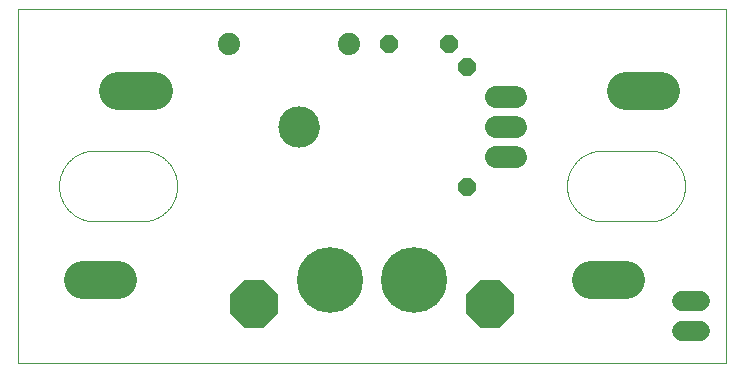
<source format=gbs>
G75*
%MOIN*%
%OFA0B0*%
%FSLAX25Y25*%
%IPPOS*%
%LPD*%
%AMOC8*
5,1,8,0,0,1.08239X$1,22.5*
%
%ADD10C,0.00000*%
%ADD11C,0.21926*%
%ADD12OC8,0.06000*%
%ADD13C,0.07400*%
%ADD14OC8,0.15800*%
%ADD15C,0.12611*%
%ADD16C,0.07400*%
%ADD17C,0.13800*%
%ADD18C,0.06800*%
D10*
X0003000Y0007759D02*
X0003000Y0125869D01*
X0239220Y0125869D01*
X0239220Y0007759D01*
X0003000Y0007759D01*
X0026622Y0031381D02*
X0034496Y0031381D01*
X0034620Y0031383D01*
X0034743Y0031389D01*
X0034867Y0031398D01*
X0034989Y0031412D01*
X0035112Y0031429D01*
X0035234Y0031451D01*
X0035355Y0031476D01*
X0035475Y0031505D01*
X0035594Y0031537D01*
X0035713Y0031574D01*
X0035830Y0031614D01*
X0035945Y0031657D01*
X0036060Y0031705D01*
X0036172Y0031756D01*
X0036283Y0031810D01*
X0036393Y0031868D01*
X0036500Y0031929D01*
X0036606Y0031994D01*
X0036709Y0032062D01*
X0036810Y0032133D01*
X0036909Y0032207D01*
X0037006Y0032284D01*
X0037100Y0032365D01*
X0037191Y0032448D01*
X0037280Y0032534D01*
X0037366Y0032623D01*
X0037449Y0032714D01*
X0037530Y0032808D01*
X0037607Y0032905D01*
X0037681Y0033004D01*
X0037752Y0033105D01*
X0037820Y0033208D01*
X0037885Y0033314D01*
X0037946Y0033421D01*
X0038004Y0033531D01*
X0038058Y0033642D01*
X0038109Y0033754D01*
X0038157Y0033869D01*
X0038200Y0033984D01*
X0038240Y0034101D01*
X0038277Y0034220D01*
X0038309Y0034339D01*
X0038338Y0034459D01*
X0038363Y0034580D01*
X0038385Y0034702D01*
X0038402Y0034825D01*
X0038416Y0034947D01*
X0038425Y0035071D01*
X0038431Y0035194D01*
X0038433Y0035318D01*
X0038431Y0035442D01*
X0038425Y0035565D01*
X0038416Y0035689D01*
X0038402Y0035811D01*
X0038385Y0035934D01*
X0038363Y0036056D01*
X0038338Y0036177D01*
X0038309Y0036297D01*
X0038277Y0036416D01*
X0038240Y0036535D01*
X0038200Y0036652D01*
X0038157Y0036767D01*
X0038109Y0036882D01*
X0038058Y0036994D01*
X0038004Y0037105D01*
X0037946Y0037215D01*
X0037885Y0037322D01*
X0037820Y0037428D01*
X0037752Y0037531D01*
X0037681Y0037632D01*
X0037607Y0037731D01*
X0037530Y0037828D01*
X0037449Y0037922D01*
X0037366Y0038013D01*
X0037280Y0038102D01*
X0037191Y0038188D01*
X0037100Y0038271D01*
X0037006Y0038352D01*
X0036909Y0038429D01*
X0036810Y0038503D01*
X0036709Y0038574D01*
X0036606Y0038642D01*
X0036500Y0038707D01*
X0036393Y0038768D01*
X0036283Y0038826D01*
X0036172Y0038880D01*
X0036060Y0038931D01*
X0035945Y0038979D01*
X0035830Y0039022D01*
X0035713Y0039062D01*
X0035594Y0039099D01*
X0035475Y0039131D01*
X0035355Y0039160D01*
X0035234Y0039185D01*
X0035112Y0039207D01*
X0034989Y0039224D01*
X0034867Y0039238D01*
X0034743Y0039247D01*
X0034620Y0039253D01*
X0034496Y0039255D01*
X0026622Y0039255D01*
X0026498Y0039253D01*
X0026375Y0039247D01*
X0026251Y0039238D01*
X0026129Y0039224D01*
X0026006Y0039207D01*
X0025884Y0039185D01*
X0025763Y0039160D01*
X0025643Y0039131D01*
X0025524Y0039099D01*
X0025405Y0039062D01*
X0025288Y0039022D01*
X0025173Y0038979D01*
X0025058Y0038931D01*
X0024946Y0038880D01*
X0024835Y0038826D01*
X0024725Y0038768D01*
X0024618Y0038707D01*
X0024512Y0038642D01*
X0024409Y0038574D01*
X0024308Y0038503D01*
X0024209Y0038429D01*
X0024112Y0038352D01*
X0024018Y0038271D01*
X0023927Y0038188D01*
X0023838Y0038102D01*
X0023752Y0038013D01*
X0023669Y0037922D01*
X0023588Y0037828D01*
X0023511Y0037731D01*
X0023437Y0037632D01*
X0023366Y0037531D01*
X0023298Y0037428D01*
X0023233Y0037322D01*
X0023172Y0037215D01*
X0023114Y0037105D01*
X0023060Y0036994D01*
X0023009Y0036882D01*
X0022961Y0036767D01*
X0022918Y0036652D01*
X0022878Y0036535D01*
X0022841Y0036416D01*
X0022809Y0036297D01*
X0022780Y0036177D01*
X0022755Y0036056D01*
X0022733Y0035934D01*
X0022716Y0035811D01*
X0022702Y0035689D01*
X0022693Y0035565D01*
X0022687Y0035442D01*
X0022685Y0035318D01*
X0022687Y0035194D01*
X0022693Y0035071D01*
X0022702Y0034947D01*
X0022716Y0034825D01*
X0022733Y0034702D01*
X0022755Y0034580D01*
X0022780Y0034459D01*
X0022809Y0034339D01*
X0022841Y0034220D01*
X0022878Y0034101D01*
X0022918Y0033984D01*
X0022961Y0033869D01*
X0023009Y0033754D01*
X0023060Y0033642D01*
X0023114Y0033531D01*
X0023172Y0033421D01*
X0023233Y0033314D01*
X0023298Y0033208D01*
X0023366Y0033105D01*
X0023437Y0033004D01*
X0023511Y0032905D01*
X0023588Y0032808D01*
X0023669Y0032714D01*
X0023752Y0032623D01*
X0023838Y0032534D01*
X0023927Y0032448D01*
X0024018Y0032365D01*
X0024112Y0032284D01*
X0024209Y0032207D01*
X0024308Y0032133D01*
X0024409Y0032062D01*
X0024512Y0031994D01*
X0024618Y0031929D01*
X0024725Y0031868D01*
X0024835Y0031810D01*
X0024946Y0031756D01*
X0025058Y0031705D01*
X0025173Y0031657D01*
X0025288Y0031614D01*
X0025405Y0031574D01*
X0025524Y0031537D01*
X0025643Y0031505D01*
X0025763Y0031476D01*
X0025884Y0031451D01*
X0026006Y0031429D01*
X0026129Y0031412D01*
X0026251Y0031398D01*
X0026375Y0031389D01*
X0026498Y0031383D01*
X0026622Y0031381D01*
X0028591Y0055003D02*
X0044339Y0055003D01*
X0044627Y0055007D01*
X0044914Y0055017D01*
X0045201Y0055035D01*
X0045488Y0055059D01*
X0045774Y0055090D01*
X0046059Y0055129D01*
X0046343Y0055174D01*
X0046626Y0055226D01*
X0046907Y0055286D01*
X0047187Y0055352D01*
X0047465Y0055424D01*
X0047742Y0055504D01*
X0048016Y0055590D01*
X0048288Y0055683D01*
X0048558Y0055782D01*
X0048826Y0055888D01*
X0049090Y0056001D01*
X0049352Y0056120D01*
X0049611Y0056245D01*
X0049867Y0056377D01*
X0050120Y0056514D01*
X0050369Y0056658D01*
X0050614Y0056808D01*
X0050856Y0056964D01*
X0051094Y0057125D01*
X0051328Y0057293D01*
X0051558Y0057466D01*
X0051783Y0057644D01*
X0052004Y0057828D01*
X0052221Y0058017D01*
X0052433Y0058212D01*
X0052640Y0058412D01*
X0052842Y0058616D01*
X0053039Y0058826D01*
X0053231Y0059040D01*
X0053417Y0059259D01*
X0053599Y0059482D01*
X0053775Y0059710D01*
X0053945Y0059942D01*
X0054109Y0060178D01*
X0054268Y0060417D01*
X0054421Y0060661D01*
X0054568Y0060909D01*
X0054708Y0061159D01*
X0054843Y0061414D01*
X0054971Y0061671D01*
X0055093Y0061931D01*
X0055209Y0062195D01*
X0055318Y0062461D01*
X0055421Y0062729D01*
X0055517Y0063000D01*
X0055607Y0063274D01*
X0055690Y0063549D01*
X0055766Y0063827D01*
X0055835Y0064106D01*
X0055898Y0064386D01*
X0055954Y0064669D01*
X0056002Y0064952D01*
X0056044Y0065237D01*
X0056079Y0065522D01*
X0056107Y0065808D01*
X0056128Y0066095D01*
X0056142Y0066383D01*
X0056149Y0066670D01*
X0056149Y0066958D01*
X0056142Y0067245D01*
X0056128Y0067533D01*
X0056107Y0067820D01*
X0056079Y0068106D01*
X0056044Y0068391D01*
X0056002Y0068676D01*
X0055954Y0068959D01*
X0055898Y0069242D01*
X0055835Y0069522D01*
X0055766Y0069801D01*
X0055690Y0070079D01*
X0055607Y0070354D01*
X0055517Y0070628D01*
X0055421Y0070899D01*
X0055318Y0071167D01*
X0055209Y0071433D01*
X0055093Y0071697D01*
X0054971Y0071957D01*
X0054843Y0072214D01*
X0054708Y0072469D01*
X0054568Y0072720D01*
X0054421Y0072967D01*
X0054268Y0073211D01*
X0054109Y0073450D01*
X0053945Y0073686D01*
X0053775Y0073918D01*
X0053599Y0074146D01*
X0053417Y0074369D01*
X0053231Y0074588D01*
X0053039Y0074802D01*
X0052842Y0075012D01*
X0052640Y0075216D01*
X0052433Y0075416D01*
X0052221Y0075611D01*
X0052004Y0075800D01*
X0051783Y0075984D01*
X0051558Y0076162D01*
X0051328Y0076335D01*
X0051094Y0076503D01*
X0050856Y0076664D01*
X0050614Y0076820D01*
X0050369Y0076970D01*
X0050120Y0077114D01*
X0049867Y0077251D01*
X0049611Y0077383D01*
X0049352Y0077508D01*
X0049090Y0077627D01*
X0048826Y0077740D01*
X0048558Y0077846D01*
X0048288Y0077945D01*
X0048016Y0078038D01*
X0047742Y0078124D01*
X0047465Y0078204D01*
X0047187Y0078276D01*
X0046907Y0078342D01*
X0046626Y0078402D01*
X0046343Y0078454D01*
X0046059Y0078499D01*
X0045774Y0078538D01*
X0045488Y0078569D01*
X0045201Y0078593D01*
X0044914Y0078611D01*
X0044627Y0078621D01*
X0044339Y0078625D01*
X0028591Y0078625D01*
X0028303Y0078621D01*
X0028016Y0078611D01*
X0027729Y0078593D01*
X0027442Y0078569D01*
X0027156Y0078538D01*
X0026871Y0078499D01*
X0026587Y0078454D01*
X0026304Y0078402D01*
X0026023Y0078342D01*
X0025743Y0078276D01*
X0025465Y0078204D01*
X0025188Y0078124D01*
X0024914Y0078038D01*
X0024642Y0077945D01*
X0024372Y0077846D01*
X0024104Y0077740D01*
X0023840Y0077627D01*
X0023578Y0077508D01*
X0023319Y0077383D01*
X0023063Y0077251D01*
X0022810Y0077114D01*
X0022561Y0076970D01*
X0022316Y0076820D01*
X0022074Y0076664D01*
X0021836Y0076503D01*
X0021602Y0076335D01*
X0021372Y0076162D01*
X0021147Y0075984D01*
X0020926Y0075800D01*
X0020709Y0075611D01*
X0020497Y0075416D01*
X0020290Y0075216D01*
X0020088Y0075012D01*
X0019891Y0074802D01*
X0019699Y0074588D01*
X0019513Y0074369D01*
X0019331Y0074146D01*
X0019155Y0073918D01*
X0018985Y0073686D01*
X0018821Y0073450D01*
X0018662Y0073211D01*
X0018509Y0072967D01*
X0018362Y0072719D01*
X0018222Y0072469D01*
X0018087Y0072214D01*
X0017959Y0071957D01*
X0017837Y0071697D01*
X0017721Y0071433D01*
X0017612Y0071167D01*
X0017509Y0070899D01*
X0017413Y0070628D01*
X0017323Y0070354D01*
X0017240Y0070079D01*
X0017164Y0069801D01*
X0017095Y0069522D01*
X0017032Y0069242D01*
X0016976Y0068959D01*
X0016928Y0068676D01*
X0016886Y0068391D01*
X0016851Y0068106D01*
X0016823Y0067820D01*
X0016802Y0067533D01*
X0016788Y0067245D01*
X0016781Y0066958D01*
X0016781Y0066670D01*
X0016788Y0066383D01*
X0016802Y0066095D01*
X0016823Y0065808D01*
X0016851Y0065522D01*
X0016886Y0065237D01*
X0016928Y0064952D01*
X0016976Y0064669D01*
X0017032Y0064386D01*
X0017095Y0064106D01*
X0017164Y0063827D01*
X0017240Y0063549D01*
X0017323Y0063274D01*
X0017413Y0063000D01*
X0017509Y0062729D01*
X0017612Y0062461D01*
X0017721Y0062195D01*
X0017837Y0061931D01*
X0017959Y0061671D01*
X0018087Y0061414D01*
X0018222Y0061159D01*
X0018362Y0060908D01*
X0018509Y0060661D01*
X0018662Y0060417D01*
X0018821Y0060178D01*
X0018985Y0059942D01*
X0019155Y0059710D01*
X0019331Y0059482D01*
X0019513Y0059259D01*
X0019699Y0059040D01*
X0019891Y0058826D01*
X0020088Y0058616D01*
X0020290Y0058412D01*
X0020497Y0058212D01*
X0020709Y0058017D01*
X0020926Y0057828D01*
X0021147Y0057644D01*
X0021372Y0057466D01*
X0021602Y0057293D01*
X0021836Y0057125D01*
X0022074Y0056964D01*
X0022316Y0056808D01*
X0022561Y0056658D01*
X0022810Y0056514D01*
X0023063Y0056377D01*
X0023319Y0056245D01*
X0023578Y0056120D01*
X0023840Y0056001D01*
X0024104Y0055888D01*
X0024372Y0055782D01*
X0024642Y0055683D01*
X0024914Y0055590D01*
X0025188Y0055504D01*
X0025465Y0055424D01*
X0025743Y0055352D01*
X0026023Y0055286D01*
X0026304Y0055226D01*
X0026587Y0055174D01*
X0026871Y0055129D01*
X0027156Y0055090D01*
X0027442Y0055059D01*
X0027729Y0055035D01*
X0028016Y0055017D01*
X0028303Y0055007D01*
X0028591Y0055003D01*
X0038433Y0094373D02*
X0046307Y0094373D01*
X0046431Y0094375D01*
X0046554Y0094381D01*
X0046678Y0094390D01*
X0046800Y0094404D01*
X0046923Y0094421D01*
X0047045Y0094443D01*
X0047166Y0094468D01*
X0047286Y0094497D01*
X0047405Y0094529D01*
X0047524Y0094566D01*
X0047641Y0094606D01*
X0047756Y0094649D01*
X0047871Y0094697D01*
X0047983Y0094748D01*
X0048094Y0094802D01*
X0048204Y0094860D01*
X0048311Y0094921D01*
X0048417Y0094986D01*
X0048520Y0095054D01*
X0048621Y0095125D01*
X0048720Y0095199D01*
X0048817Y0095276D01*
X0048911Y0095357D01*
X0049002Y0095440D01*
X0049091Y0095526D01*
X0049177Y0095615D01*
X0049260Y0095706D01*
X0049341Y0095800D01*
X0049418Y0095897D01*
X0049492Y0095996D01*
X0049563Y0096097D01*
X0049631Y0096200D01*
X0049696Y0096306D01*
X0049757Y0096413D01*
X0049815Y0096523D01*
X0049869Y0096634D01*
X0049920Y0096746D01*
X0049968Y0096861D01*
X0050011Y0096976D01*
X0050051Y0097093D01*
X0050088Y0097212D01*
X0050120Y0097331D01*
X0050149Y0097451D01*
X0050174Y0097572D01*
X0050196Y0097694D01*
X0050213Y0097817D01*
X0050227Y0097939D01*
X0050236Y0098063D01*
X0050242Y0098186D01*
X0050244Y0098310D01*
X0050242Y0098434D01*
X0050236Y0098557D01*
X0050227Y0098681D01*
X0050213Y0098803D01*
X0050196Y0098926D01*
X0050174Y0099048D01*
X0050149Y0099169D01*
X0050120Y0099289D01*
X0050088Y0099408D01*
X0050051Y0099527D01*
X0050011Y0099644D01*
X0049968Y0099759D01*
X0049920Y0099874D01*
X0049869Y0099986D01*
X0049815Y0100097D01*
X0049757Y0100207D01*
X0049696Y0100314D01*
X0049631Y0100420D01*
X0049563Y0100523D01*
X0049492Y0100624D01*
X0049418Y0100723D01*
X0049341Y0100820D01*
X0049260Y0100914D01*
X0049177Y0101005D01*
X0049091Y0101094D01*
X0049002Y0101180D01*
X0048911Y0101263D01*
X0048817Y0101344D01*
X0048720Y0101421D01*
X0048621Y0101495D01*
X0048520Y0101566D01*
X0048417Y0101634D01*
X0048311Y0101699D01*
X0048204Y0101760D01*
X0048094Y0101818D01*
X0047983Y0101872D01*
X0047871Y0101923D01*
X0047756Y0101971D01*
X0047641Y0102014D01*
X0047524Y0102054D01*
X0047405Y0102091D01*
X0047286Y0102123D01*
X0047166Y0102152D01*
X0047045Y0102177D01*
X0046923Y0102199D01*
X0046800Y0102216D01*
X0046678Y0102230D01*
X0046554Y0102239D01*
X0046431Y0102245D01*
X0046307Y0102247D01*
X0038433Y0102247D01*
X0038309Y0102245D01*
X0038186Y0102239D01*
X0038062Y0102230D01*
X0037940Y0102216D01*
X0037817Y0102199D01*
X0037695Y0102177D01*
X0037574Y0102152D01*
X0037454Y0102123D01*
X0037335Y0102091D01*
X0037216Y0102054D01*
X0037099Y0102014D01*
X0036984Y0101971D01*
X0036869Y0101923D01*
X0036757Y0101872D01*
X0036646Y0101818D01*
X0036536Y0101760D01*
X0036429Y0101699D01*
X0036323Y0101634D01*
X0036220Y0101566D01*
X0036119Y0101495D01*
X0036020Y0101421D01*
X0035923Y0101344D01*
X0035829Y0101263D01*
X0035738Y0101180D01*
X0035649Y0101094D01*
X0035563Y0101005D01*
X0035480Y0100914D01*
X0035399Y0100820D01*
X0035322Y0100723D01*
X0035248Y0100624D01*
X0035177Y0100523D01*
X0035109Y0100420D01*
X0035044Y0100314D01*
X0034983Y0100207D01*
X0034925Y0100097D01*
X0034871Y0099986D01*
X0034820Y0099874D01*
X0034772Y0099759D01*
X0034729Y0099644D01*
X0034689Y0099527D01*
X0034652Y0099408D01*
X0034620Y0099289D01*
X0034591Y0099169D01*
X0034566Y0099048D01*
X0034544Y0098926D01*
X0034527Y0098803D01*
X0034513Y0098681D01*
X0034504Y0098557D01*
X0034498Y0098434D01*
X0034496Y0098310D01*
X0034498Y0098186D01*
X0034504Y0098063D01*
X0034513Y0097939D01*
X0034527Y0097817D01*
X0034544Y0097694D01*
X0034566Y0097572D01*
X0034591Y0097451D01*
X0034620Y0097331D01*
X0034652Y0097212D01*
X0034689Y0097093D01*
X0034729Y0096976D01*
X0034772Y0096861D01*
X0034820Y0096746D01*
X0034871Y0096634D01*
X0034925Y0096523D01*
X0034983Y0096413D01*
X0035044Y0096306D01*
X0035109Y0096200D01*
X0035177Y0096097D01*
X0035248Y0095996D01*
X0035322Y0095897D01*
X0035399Y0095800D01*
X0035480Y0095706D01*
X0035563Y0095615D01*
X0035649Y0095526D01*
X0035738Y0095440D01*
X0035829Y0095357D01*
X0035923Y0095276D01*
X0036020Y0095199D01*
X0036119Y0095125D01*
X0036220Y0095054D01*
X0036323Y0094986D01*
X0036429Y0094921D01*
X0036536Y0094860D01*
X0036646Y0094802D01*
X0036757Y0094748D01*
X0036869Y0094697D01*
X0036984Y0094649D01*
X0037099Y0094606D01*
X0037216Y0094566D01*
X0037335Y0094529D01*
X0037454Y0094497D01*
X0037574Y0094468D01*
X0037695Y0094443D01*
X0037817Y0094421D01*
X0037940Y0094404D01*
X0038062Y0094390D01*
X0038186Y0094381D01*
X0038309Y0094375D01*
X0038433Y0094373D01*
X0090295Y0086499D02*
X0090297Y0086660D01*
X0090303Y0086820D01*
X0090313Y0086981D01*
X0090327Y0087141D01*
X0090345Y0087301D01*
X0090366Y0087460D01*
X0090392Y0087619D01*
X0090422Y0087777D01*
X0090455Y0087934D01*
X0090493Y0088091D01*
X0090534Y0088246D01*
X0090579Y0088400D01*
X0090628Y0088553D01*
X0090681Y0088705D01*
X0090737Y0088856D01*
X0090798Y0089005D01*
X0090861Y0089153D01*
X0090929Y0089299D01*
X0091000Y0089443D01*
X0091074Y0089585D01*
X0091152Y0089726D01*
X0091234Y0089864D01*
X0091319Y0090001D01*
X0091407Y0090135D01*
X0091499Y0090267D01*
X0091594Y0090397D01*
X0091692Y0090525D01*
X0091793Y0090650D01*
X0091897Y0090772D01*
X0092004Y0090892D01*
X0092114Y0091009D01*
X0092227Y0091124D01*
X0092343Y0091235D01*
X0092462Y0091344D01*
X0092583Y0091449D01*
X0092707Y0091552D01*
X0092833Y0091652D01*
X0092961Y0091748D01*
X0093092Y0091841D01*
X0093226Y0091931D01*
X0093361Y0092018D01*
X0093499Y0092101D01*
X0093638Y0092181D01*
X0093780Y0092257D01*
X0093923Y0092330D01*
X0094068Y0092399D01*
X0094215Y0092465D01*
X0094363Y0092527D01*
X0094513Y0092585D01*
X0094664Y0092640D01*
X0094817Y0092691D01*
X0094971Y0092738D01*
X0095126Y0092781D01*
X0095282Y0092820D01*
X0095438Y0092856D01*
X0095596Y0092887D01*
X0095754Y0092915D01*
X0095913Y0092939D01*
X0096073Y0092959D01*
X0096233Y0092975D01*
X0096393Y0092987D01*
X0096554Y0092995D01*
X0096715Y0092999D01*
X0096875Y0092999D01*
X0097036Y0092995D01*
X0097197Y0092987D01*
X0097357Y0092975D01*
X0097517Y0092959D01*
X0097677Y0092939D01*
X0097836Y0092915D01*
X0097994Y0092887D01*
X0098152Y0092856D01*
X0098308Y0092820D01*
X0098464Y0092781D01*
X0098619Y0092738D01*
X0098773Y0092691D01*
X0098926Y0092640D01*
X0099077Y0092585D01*
X0099227Y0092527D01*
X0099375Y0092465D01*
X0099522Y0092399D01*
X0099667Y0092330D01*
X0099810Y0092257D01*
X0099952Y0092181D01*
X0100091Y0092101D01*
X0100229Y0092018D01*
X0100364Y0091931D01*
X0100498Y0091841D01*
X0100629Y0091748D01*
X0100757Y0091652D01*
X0100883Y0091552D01*
X0101007Y0091449D01*
X0101128Y0091344D01*
X0101247Y0091235D01*
X0101363Y0091124D01*
X0101476Y0091009D01*
X0101586Y0090892D01*
X0101693Y0090772D01*
X0101797Y0090650D01*
X0101898Y0090525D01*
X0101996Y0090397D01*
X0102091Y0090267D01*
X0102183Y0090135D01*
X0102271Y0090001D01*
X0102356Y0089864D01*
X0102438Y0089726D01*
X0102516Y0089585D01*
X0102590Y0089443D01*
X0102661Y0089299D01*
X0102729Y0089153D01*
X0102792Y0089005D01*
X0102853Y0088856D01*
X0102909Y0088705D01*
X0102962Y0088553D01*
X0103011Y0088400D01*
X0103056Y0088246D01*
X0103097Y0088091D01*
X0103135Y0087934D01*
X0103168Y0087777D01*
X0103198Y0087619D01*
X0103224Y0087460D01*
X0103245Y0087301D01*
X0103263Y0087141D01*
X0103277Y0086981D01*
X0103287Y0086820D01*
X0103293Y0086660D01*
X0103295Y0086499D01*
X0103293Y0086338D01*
X0103287Y0086178D01*
X0103277Y0086017D01*
X0103263Y0085857D01*
X0103245Y0085697D01*
X0103224Y0085538D01*
X0103198Y0085379D01*
X0103168Y0085221D01*
X0103135Y0085064D01*
X0103097Y0084907D01*
X0103056Y0084752D01*
X0103011Y0084598D01*
X0102962Y0084445D01*
X0102909Y0084293D01*
X0102853Y0084142D01*
X0102792Y0083993D01*
X0102729Y0083845D01*
X0102661Y0083699D01*
X0102590Y0083555D01*
X0102516Y0083413D01*
X0102438Y0083272D01*
X0102356Y0083134D01*
X0102271Y0082997D01*
X0102183Y0082863D01*
X0102091Y0082731D01*
X0101996Y0082601D01*
X0101898Y0082473D01*
X0101797Y0082348D01*
X0101693Y0082226D01*
X0101586Y0082106D01*
X0101476Y0081989D01*
X0101363Y0081874D01*
X0101247Y0081763D01*
X0101128Y0081654D01*
X0101007Y0081549D01*
X0100883Y0081446D01*
X0100757Y0081346D01*
X0100629Y0081250D01*
X0100498Y0081157D01*
X0100364Y0081067D01*
X0100229Y0080980D01*
X0100091Y0080897D01*
X0099952Y0080817D01*
X0099810Y0080741D01*
X0099667Y0080668D01*
X0099522Y0080599D01*
X0099375Y0080533D01*
X0099227Y0080471D01*
X0099077Y0080413D01*
X0098926Y0080358D01*
X0098773Y0080307D01*
X0098619Y0080260D01*
X0098464Y0080217D01*
X0098308Y0080178D01*
X0098152Y0080142D01*
X0097994Y0080111D01*
X0097836Y0080083D01*
X0097677Y0080059D01*
X0097517Y0080039D01*
X0097357Y0080023D01*
X0097197Y0080011D01*
X0097036Y0080003D01*
X0096875Y0079999D01*
X0096715Y0079999D01*
X0096554Y0080003D01*
X0096393Y0080011D01*
X0096233Y0080023D01*
X0096073Y0080039D01*
X0095913Y0080059D01*
X0095754Y0080083D01*
X0095596Y0080111D01*
X0095438Y0080142D01*
X0095282Y0080178D01*
X0095126Y0080217D01*
X0094971Y0080260D01*
X0094817Y0080307D01*
X0094664Y0080358D01*
X0094513Y0080413D01*
X0094363Y0080471D01*
X0094215Y0080533D01*
X0094068Y0080599D01*
X0093923Y0080668D01*
X0093780Y0080741D01*
X0093638Y0080817D01*
X0093499Y0080897D01*
X0093361Y0080980D01*
X0093226Y0081067D01*
X0093092Y0081157D01*
X0092961Y0081250D01*
X0092833Y0081346D01*
X0092707Y0081446D01*
X0092583Y0081549D01*
X0092462Y0081654D01*
X0092343Y0081763D01*
X0092227Y0081874D01*
X0092114Y0081989D01*
X0092004Y0082106D01*
X0091897Y0082226D01*
X0091793Y0082348D01*
X0091692Y0082473D01*
X0091594Y0082601D01*
X0091499Y0082731D01*
X0091407Y0082863D01*
X0091319Y0082997D01*
X0091234Y0083134D01*
X0091152Y0083272D01*
X0091074Y0083413D01*
X0091000Y0083555D01*
X0090929Y0083699D01*
X0090861Y0083845D01*
X0090798Y0083993D01*
X0090737Y0084142D01*
X0090681Y0084293D01*
X0090628Y0084445D01*
X0090579Y0084598D01*
X0090534Y0084752D01*
X0090493Y0084907D01*
X0090455Y0085064D01*
X0090422Y0085221D01*
X0090392Y0085379D01*
X0090366Y0085538D01*
X0090345Y0085697D01*
X0090327Y0085857D01*
X0090313Y0086017D01*
X0090303Y0086178D01*
X0090297Y0086338D01*
X0090295Y0086499D01*
X0195913Y0039255D02*
X0203787Y0039255D01*
X0203911Y0039253D01*
X0204034Y0039247D01*
X0204158Y0039238D01*
X0204280Y0039224D01*
X0204403Y0039207D01*
X0204525Y0039185D01*
X0204646Y0039160D01*
X0204766Y0039131D01*
X0204885Y0039099D01*
X0205004Y0039062D01*
X0205121Y0039022D01*
X0205236Y0038979D01*
X0205351Y0038931D01*
X0205463Y0038880D01*
X0205574Y0038826D01*
X0205684Y0038768D01*
X0205791Y0038707D01*
X0205897Y0038642D01*
X0206000Y0038574D01*
X0206101Y0038503D01*
X0206200Y0038429D01*
X0206297Y0038352D01*
X0206391Y0038271D01*
X0206482Y0038188D01*
X0206571Y0038102D01*
X0206657Y0038013D01*
X0206740Y0037922D01*
X0206821Y0037828D01*
X0206898Y0037731D01*
X0206972Y0037632D01*
X0207043Y0037531D01*
X0207111Y0037428D01*
X0207176Y0037322D01*
X0207237Y0037215D01*
X0207295Y0037105D01*
X0207349Y0036994D01*
X0207400Y0036882D01*
X0207448Y0036767D01*
X0207491Y0036652D01*
X0207531Y0036535D01*
X0207568Y0036416D01*
X0207600Y0036297D01*
X0207629Y0036177D01*
X0207654Y0036056D01*
X0207676Y0035934D01*
X0207693Y0035811D01*
X0207707Y0035689D01*
X0207716Y0035565D01*
X0207722Y0035442D01*
X0207724Y0035318D01*
X0207722Y0035194D01*
X0207716Y0035071D01*
X0207707Y0034947D01*
X0207693Y0034825D01*
X0207676Y0034702D01*
X0207654Y0034580D01*
X0207629Y0034459D01*
X0207600Y0034339D01*
X0207568Y0034220D01*
X0207531Y0034101D01*
X0207491Y0033984D01*
X0207448Y0033869D01*
X0207400Y0033754D01*
X0207349Y0033642D01*
X0207295Y0033531D01*
X0207237Y0033421D01*
X0207176Y0033314D01*
X0207111Y0033208D01*
X0207043Y0033105D01*
X0206972Y0033004D01*
X0206898Y0032905D01*
X0206821Y0032808D01*
X0206740Y0032714D01*
X0206657Y0032623D01*
X0206571Y0032534D01*
X0206482Y0032448D01*
X0206391Y0032365D01*
X0206297Y0032284D01*
X0206200Y0032207D01*
X0206101Y0032133D01*
X0206000Y0032062D01*
X0205897Y0031994D01*
X0205791Y0031929D01*
X0205684Y0031868D01*
X0205574Y0031810D01*
X0205463Y0031756D01*
X0205351Y0031705D01*
X0205236Y0031657D01*
X0205121Y0031614D01*
X0205004Y0031574D01*
X0204885Y0031537D01*
X0204766Y0031505D01*
X0204646Y0031476D01*
X0204525Y0031451D01*
X0204403Y0031429D01*
X0204280Y0031412D01*
X0204158Y0031398D01*
X0204034Y0031389D01*
X0203911Y0031383D01*
X0203787Y0031381D01*
X0195913Y0031381D01*
X0195789Y0031383D01*
X0195666Y0031389D01*
X0195542Y0031398D01*
X0195420Y0031412D01*
X0195297Y0031429D01*
X0195175Y0031451D01*
X0195054Y0031476D01*
X0194934Y0031505D01*
X0194815Y0031537D01*
X0194696Y0031574D01*
X0194579Y0031614D01*
X0194464Y0031657D01*
X0194349Y0031705D01*
X0194237Y0031756D01*
X0194126Y0031810D01*
X0194016Y0031868D01*
X0193909Y0031929D01*
X0193803Y0031994D01*
X0193700Y0032062D01*
X0193599Y0032133D01*
X0193500Y0032207D01*
X0193403Y0032284D01*
X0193309Y0032365D01*
X0193218Y0032448D01*
X0193129Y0032534D01*
X0193043Y0032623D01*
X0192960Y0032714D01*
X0192879Y0032808D01*
X0192802Y0032905D01*
X0192728Y0033004D01*
X0192657Y0033105D01*
X0192589Y0033208D01*
X0192524Y0033314D01*
X0192463Y0033421D01*
X0192405Y0033531D01*
X0192351Y0033642D01*
X0192300Y0033754D01*
X0192252Y0033869D01*
X0192209Y0033984D01*
X0192169Y0034101D01*
X0192132Y0034220D01*
X0192100Y0034339D01*
X0192071Y0034459D01*
X0192046Y0034580D01*
X0192024Y0034702D01*
X0192007Y0034825D01*
X0191993Y0034947D01*
X0191984Y0035071D01*
X0191978Y0035194D01*
X0191976Y0035318D01*
X0191978Y0035442D01*
X0191984Y0035565D01*
X0191993Y0035689D01*
X0192007Y0035811D01*
X0192024Y0035934D01*
X0192046Y0036056D01*
X0192071Y0036177D01*
X0192100Y0036297D01*
X0192132Y0036416D01*
X0192169Y0036535D01*
X0192209Y0036652D01*
X0192252Y0036767D01*
X0192300Y0036882D01*
X0192351Y0036994D01*
X0192405Y0037105D01*
X0192463Y0037215D01*
X0192524Y0037322D01*
X0192589Y0037428D01*
X0192657Y0037531D01*
X0192728Y0037632D01*
X0192802Y0037731D01*
X0192879Y0037828D01*
X0192960Y0037922D01*
X0193043Y0038013D01*
X0193129Y0038102D01*
X0193218Y0038188D01*
X0193309Y0038271D01*
X0193403Y0038352D01*
X0193500Y0038429D01*
X0193599Y0038503D01*
X0193700Y0038574D01*
X0193803Y0038642D01*
X0193909Y0038707D01*
X0194016Y0038768D01*
X0194126Y0038826D01*
X0194237Y0038880D01*
X0194349Y0038931D01*
X0194464Y0038979D01*
X0194579Y0039022D01*
X0194696Y0039062D01*
X0194815Y0039099D01*
X0194934Y0039131D01*
X0195054Y0039160D01*
X0195175Y0039185D01*
X0195297Y0039207D01*
X0195420Y0039224D01*
X0195542Y0039238D01*
X0195666Y0039247D01*
X0195789Y0039253D01*
X0195913Y0039255D01*
X0197882Y0055003D02*
X0213630Y0055003D01*
X0213918Y0055007D01*
X0214205Y0055017D01*
X0214492Y0055035D01*
X0214779Y0055059D01*
X0215065Y0055090D01*
X0215350Y0055129D01*
X0215634Y0055174D01*
X0215917Y0055226D01*
X0216198Y0055286D01*
X0216478Y0055352D01*
X0216756Y0055424D01*
X0217033Y0055504D01*
X0217307Y0055590D01*
X0217579Y0055683D01*
X0217849Y0055782D01*
X0218117Y0055888D01*
X0218381Y0056001D01*
X0218643Y0056120D01*
X0218902Y0056245D01*
X0219158Y0056377D01*
X0219411Y0056514D01*
X0219660Y0056658D01*
X0219905Y0056808D01*
X0220147Y0056964D01*
X0220385Y0057125D01*
X0220619Y0057293D01*
X0220849Y0057466D01*
X0221074Y0057644D01*
X0221295Y0057828D01*
X0221512Y0058017D01*
X0221724Y0058212D01*
X0221931Y0058412D01*
X0222133Y0058616D01*
X0222330Y0058826D01*
X0222522Y0059040D01*
X0222708Y0059259D01*
X0222890Y0059482D01*
X0223066Y0059710D01*
X0223236Y0059942D01*
X0223400Y0060178D01*
X0223559Y0060417D01*
X0223712Y0060661D01*
X0223859Y0060909D01*
X0223999Y0061159D01*
X0224134Y0061414D01*
X0224262Y0061671D01*
X0224384Y0061931D01*
X0224500Y0062195D01*
X0224609Y0062461D01*
X0224712Y0062729D01*
X0224808Y0063000D01*
X0224898Y0063274D01*
X0224981Y0063549D01*
X0225057Y0063827D01*
X0225126Y0064106D01*
X0225189Y0064386D01*
X0225245Y0064669D01*
X0225293Y0064952D01*
X0225335Y0065237D01*
X0225370Y0065522D01*
X0225398Y0065808D01*
X0225419Y0066095D01*
X0225433Y0066383D01*
X0225440Y0066670D01*
X0225440Y0066958D01*
X0225433Y0067245D01*
X0225419Y0067533D01*
X0225398Y0067820D01*
X0225370Y0068106D01*
X0225335Y0068391D01*
X0225293Y0068676D01*
X0225245Y0068959D01*
X0225189Y0069242D01*
X0225126Y0069522D01*
X0225057Y0069801D01*
X0224981Y0070079D01*
X0224898Y0070354D01*
X0224808Y0070628D01*
X0224712Y0070899D01*
X0224609Y0071167D01*
X0224500Y0071433D01*
X0224384Y0071697D01*
X0224262Y0071957D01*
X0224134Y0072214D01*
X0223999Y0072469D01*
X0223859Y0072720D01*
X0223712Y0072967D01*
X0223559Y0073211D01*
X0223400Y0073450D01*
X0223236Y0073686D01*
X0223066Y0073918D01*
X0222890Y0074146D01*
X0222708Y0074369D01*
X0222522Y0074588D01*
X0222330Y0074802D01*
X0222133Y0075012D01*
X0221931Y0075216D01*
X0221724Y0075416D01*
X0221512Y0075611D01*
X0221295Y0075800D01*
X0221074Y0075984D01*
X0220849Y0076162D01*
X0220619Y0076335D01*
X0220385Y0076503D01*
X0220147Y0076664D01*
X0219905Y0076820D01*
X0219660Y0076970D01*
X0219411Y0077114D01*
X0219158Y0077251D01*
X0218902Y0077383D01*
X0218643Y0077508D01*
X0218381Y0077627D01*
X0218117Y0077740D01*
X0217849Y0077846D01*
X0217579Y0077945D01*
X0217307Y0078038D01*
X0217033Y0078124D01*
X0216756Y0078204D01*
X0216478Y0078276D01*
X0216198Y0078342D01*
X0215917Y0078402D01*
X0215634Y0078454D01*
X0215350Y0078499D01*
X0215065Y0078538D01*
X0214779Y0078569D01*
X0214492Y0078593D01*
X0214205Y0078611D01*
X0213918Y0078621D01*
X0213630Y0078625D01*
X0197882Y0078625D01*
X0197594Y0078621D01*
X0197307Y0078611D01*
X0197020Y0078593D01*
X0196733Y0078569D01*
X0196447Y0078538D01*
X0196162Y0078499D01*
X0195878Y0078454D01*
X0195595Y0078402D01*
X0195314Y0078342D01*
X0195034Y0078276D01*
X0194756Y0078204D01*
X0194479Y0078124D01*
X0194205Y0078038D01*
X0193933Y0077945D01*
X0193663Y0077846D01*
X0193395Y0077740D01*
X0193131Y0077627D01*
X0192869Y0077508D01*
X0192610Y0077383D01*
X0192354Y0077251D01*
X0192101Y0077114D01*
X0191852Y0076970D01*
X0191607Y0076820D01*
X0191365Y0076664D01*
X0191127Y0076503D01*
X0190893Y0076335D01*
X0190663Y0076162D01*
X0190438Y0075984D01*
X0190217Y0075800D01*
X0190000Y0075611D01*
X0189788Y0075416D01*
X0189581Y0075216D01*
X0189379Y0075012D01*
X0189182Y0074802D01*
X0188990Y0074588D01*
X0188804Y0074369D01*
X0188622Y0074146D01*
X0188446Y0073918D01*
X0188276Y0073686D01*
X0188112Y0073450D01*
X0187953Y0073211D01*
X0187800Y0072967D01*
X0187653Y0072719D01*
X0187513Y0072469D01*
X0187378Y0072214D01*
X0187250Y0071957D01*
X0187128Y0071697D01*
X0187012Y0071433D01*
X0186903Y0071167D01*
X0186800Y0070899D01*
X0186704Y0070628D01*
X0186614Y0070354D01*
X0186531Y0070079D01*
X0186455Y0069801D01*
X0186386Y0069522D01*
X0186323Y0069242D01*
X0186267Y0068959D01*
X0186219Y0068676D01*
X0186177Y0068391D01*
X0186142Y0068106D01*
X0186114Y0067820D01*
X0186093Y0067533D01*
X0186079Y0067245D01*
X0186072Y0066958D01*
X0186072Y0066670D01*
X0186079Y0066383D01*
X0186093Y0066095D01*
X0186114Y0065808D01*
X0186142Y0065522D01*
X0186177Y0065237D01*
X0186219Y0064952D01*
X0186267Y0064669D01*
X0186323Y0064386D01*
X0186386Y0064106D01*
X0186455Y0063827D01*
X0186531Y0063549D01*
X0186614Y0063274D01*
X0186704Y0063000D01*
X0186800Y0062729D01*
X0186903Y0062461D01*
X0187012Y0062195D01*
X0187128Y0061931D01*
X0187250Y0061671D01*
X0187378Y0061414D01*
X0187513Y0061159D01*
X0187653Y0060908D01*
X0187800Y0060661D01*
X0187953Y0060417D01*
X0188112Y0060178D01*
X0188276Y0059942D01*
X0188446Y0059710D01*
X0188622Y0059482D01*
X0188804Y0059259D01*
X0188990Y0059040D01*
X0189182Y0058826D01*
X0189379Y0058616D01*
X0189581Y0058412D01*
X0189788Y0058212D01*
X0190000Y0058017D01*
X0190217Y0057828D01*
X0190438Y0057644D01*
X0190663Y0057466D01*
X0190893Y0057293D01*
X0191127Y0057125D01*
X0191365Y0056964D01*
X0191607Y0056808D01*
X0191852Y0056658D01*
X0192101Y0056514D01*
X0192354Y0056377D01*
X0192610Y0056245D01*
X0192869Y0056120D01*
X0193131Y0056001D01*
X0193395Y0055888D01*
X0193663Y0055782D01*
X0193933Y0055683D01*
X0194205Y0055590D01*
X0194479Y0055504D01*
X0194756Y0055424D01*
X0195034Y0055352D01*
X0195314Y0055286D01*
X0195595Y0055226D01*
X0195878Y0055174D01*
X0196162Y0055129D01*
X0196447Y0055090D01*
X0196733Y0055059D01*
X0197020Y0055035D01*
X0197307Y0055017D01*
X0197594Y0055007D01*
X0197882Y0055003D01*
X0207724Y0094373D02*
X0215598Y0094373D01*
X0215722Y0094375D01*
X0215845Y0094381D01*
X0215969Y0094390D01*
X0216091Y0094404D01*
X0216214Y0094421D01*
X0216336Y0094443D01*
X0216457Y0094468D01*
X0216577Y0094497D01*
X0216696Y0094529D01*
X0216815Y0094566D01*
X0216932Y0094606D01*
X0217047Y0094649D01*
X0217162Y0094697D01*
X0217274Y0094748D01*
X0217385Y0094802D01*
X0217495Y0094860D01*
X0217602Y0094921D01*
X0217708Y0094986D01*
X0217811Y0095054D01*
X0217912Y0095125D01*
X0218011Y0095199D01*
X0218108Y0095276D01*
X0218202Y0095357D01*
X0218293Y0095440D01*
X0218382Y0095526D01*
X0218468Y0095615D01*
X0218551Y0095706D01*
X0218632Y0095800D01*
X0218709Y0095897D01*
X0218783Y0095996D01*
X0218854Y0096097D01*
X0218922Y0096200D01*
X0218987Y0096306D01*
X0219048Y0096413D01*
X0219106Y0096523D01*
X0219160Y0096634D01*
X0219211Y0096746D01*
X0219259Y0096861D01*
X0219302Y0096976D01*
X0219342Y0097093D01*
X0219379Y0097212D01*
X0219411Y0097331D01*
X0219440Y0097451D01*
X0219465Y0097572D01*
X0219487Y0097694D01*
X0219504Y0097817D01*
X0219518Y0097939D01*
X0219527Y0098063D01*
X0219533Y0098186D01*
X0219535Y0098310D01*
X0219533Y0098434D01*
X0219527Y0098557D01*
X0219518Y0098681D01*
X0219504Y0098803D01*
X0219487Y0098926D01*
X0219465Y0099048D01*
X0219440Y0099169D01*
X0219411Y0099289D01*
X0219379Y0099408D01*
X0219342Y0099527D01*
X0219302Y0099644D01*
X0219259Y0099759D01*
X0219211Y0099874D01*
X0219160Y0099986D01*
X0219106Y0100097D01*
X0219048Y0100207D01*
X0218987Y0100314D01*
X0218922Y0100420D01*
X0218854Y0100523D01*
X0218783Y0100624D01*
X0218709Y0100723D01*
X0218632Y0100820D01*
X0218551Y0100914D01*
X0218468Y0101005D01*
X0218382Y0101094D01*
X0218293Y0101180D01*
X0218202Y0101263D01*
X0218108Y0101344D01*
X0218011Y0101421D01*
X0217912Y0101495D01*
X0217811Y0101566D01*
X0217708Y0101634D01*
X0217602Y0101699D01*
X0217495Y0101760D01*
X0217385Y0101818D01*
X0217274Y0101872D01*
X0217162Y0101923D01*
X0217047Y0101971D01*
X0216932Y0102014D01*
X0216815Y0102054D01*
X0216696Y0102091D01*
X0216577Y0102123D01*
X0216457Y0102152D01*
X0216336Y0102177D01*
X0216214Y0102199D01*
X0216091Y0102216D01*
X0215969Y0102230D01*
X0215845Y0102239D01*
X0215722Y0102245D01*
X0215598Y0102247D01*
X0207724Y0102247D01*
X0207600Y0102245D01*
X0207477Y0102239D01*
X0207353Y0102230D01*
X0207231Y0102216D01*
X0207108Y0102199D01*
X0206986Y0102177D01*
X0206865Y0102152D01*
X0206745Y0102123D01*
X0206626Y0102091D01*
X0206507Y0102054D01*
X0206390Y0102014D01*
X0206275Y0101971D01*
X0206160Y0101923D01*
X0206048Y0101872D01*
X0205937Y0101818D01*
X0205827Y0101760D01*
X0205720Y0101699D01*
X0205614Y0101634D01*
X0205511Y0101566D01*
X0205410Y0101495D01*
X0205311Y0101421D01*
X0205214Y0101344D01*
X0205120Y0101263D01*
X0205029Y0101180D01*
X0204940Y0101094D01*
X0204854Y0101005D01*
X0204771Y0100914D01*
X0204690Y0100820D01*
X0204613Y0100723D01*
X0204539Y0100624D01*
X0204468Y0100523D01*
X0204400Y0100420D01*
X0204335Y0100314D01*
X0204274Y0100207D01*
X0204216Y0100097D01*
X0204162Y0099986D01*
X0204111Y0099874D01*
X0204063Y0099759D01*
X0204020Y0099644D01*
X0203980Y0099527D01*
X0203943Y0099408D01*
X0203911Y0099289D01*
X0203882Y0099169D01*
X0203857Y0099048D01*
X0203835Y0098926D01*
X0203818Y0098803D01*
X0203804Y0098681D01*
X0203795Y0098557D01*
X0203789Y0098434D01*
X0203787Y0098310D01*
X0203789Y0098186D01*
X0203795Y0098063D01*
X0203804Y0097939D01*
X0203818Y0097817D01*
X0203835Y0097694D01*
X0203857Y0097572D01*
X0203882Y0097451D01*
X0203911Y0097331D01*
X0203943Y0097212D01*
X0203980Y0097093D01*
X0204020Y0096976D01*
X0204063Y0096861D01*
X0204111Y0096746D01*
X0204162Y0096634D01*
X0204216Y0096523D01*
X0204274Y0096413D01*
X0204335Y0096306D01*
X0204400Y0096200D01*
X0204468Y0096097D01*
X0204539Y0095996D01*
X0204613Y0095897D01*
X0204690Y0095800D01*
X0204771Y0095706D01*
X0204854Y0095615D01*
X0204940Y0095526D01*
X0205029Y0095440D01*
X0205120Y0095357D01*
X0205214Y0095276D01*
X0205311Y0095199D01*
X0205410Y0095125D01*
X0205511Y0095054D01*
X0205614Y0094986D01*
X0205720Y0094921D01*
X0205827Y0094860D01*
X0205937Y0094802D01*
X0206048Y0094748D01*
X0206160Y0094697D01*
X0206275Y0094649D01*
X0206390Y0094606D01*
X0206507Y0094566D01*
X0206626Y0094529D01*
X0206745Y0094497D01*
X0206865Y0094468D01*
X0206986Y0094443D01*
X0207108Y0094421D01*
X0207231Y0094404D01*
X0207353Y0094390D01*
X0207477Y0094381D01*
X0207600Y0094375D01*
X0207724Y0094373D01*
D11*
X0135087Y0035318D03*
X0107134Y0035318D03*
D12*
X0152606Y0066499D03*
X0152606Y0106499D03*
X0146858Y0114058D03*
X0126858Y0114058D03*
D13*
X0113551Y0114058D03*
X0073551Y0114058D03*
D14*
X0081740Y0027444D03*
X0160480Y0027444D03*
D15*
X0193945Y0035318D02*
X0205756Y0035318D01*
X0205756Y0098310D02*
X0217567Y0098310D01*
X0048276Y0098310D02*
X0036465Y0098310D01*
X0036465Y0035318D02*
X0024654Y0035318D01*
D16*
X0162495Y0076499D02*
X0169095Y0076499D01*
X0169095Y0086499D02*
X0162495Y0086499D01*
X0162495Y0096499D02*
X0169095Y0096499D01*
D17*
X0096795Y0086499D03*
D18*
X0224409Y0028507D02*
X0230409Y0028507D01*
X0230409Y0018507D02*
X0224409Y0018507D01*
M02*

</source>
